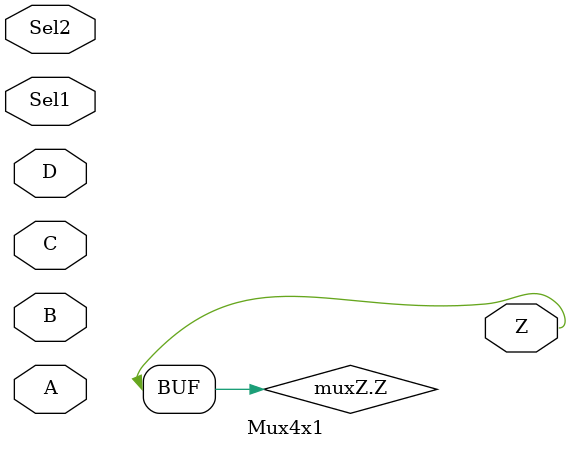
<source format=v>
`timescale 1ns / 1ps
module Mux4x1(input A,B,C,D,Sel1,Sel2,output Z);
Mux2x1 muxAB(.A(A),.B(B),.Sel(Sel1));
Mux2x1 muxCD(.A(C),.B(D),.Sel(Sel1));
Mux2x1 muxZ(.A(muxAB.Z),.B(muxCD.Z),.Sel(Sel2));
assign Z = muxZ.Z;

endmodule

</source>
